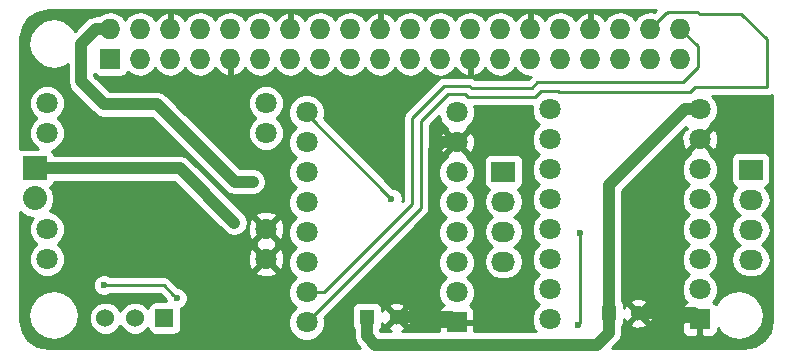
<source format=gbr>
G04 #@! TF.FileFunction,Copper,L2,Bot,Signal*
%FSLAX46Y46*%
G04 Gerber Fmt 4.6, Leading zero omitted, Abs format (unit mm)*
G04 Created by KiCad (PCBNEW 4.0.2+dfsg1-stable) date ថ្ងៃ​ព្រហស្បតិ៍ ថ្ងៃ 15 ខែ មិនា ឆ្នាំ  2018, 15 ម៉ោង m នាទី 28 វិនាទី​*
%MOMM*%
G01*
G04 APERTURE LIST*
%ADD10C,0.100000*%
%ADD11C,0.300000*%
%ADD12R,1.727200X1.727200*%
%ADD13O,1.727200X1.727200*%
%ADD14R,2.032000X1.727200*%
%ADD15O,2.032000X1.727200*%
%ADD16C,1.300000*%
%ADD17R,1.300000X1.300000*%
%ADD18R,1.750000X1.750000*%
%ADD19C,1.800000*%
%ADD20R,2.032000X2.032000*%
%ADD21O,2.032000X2.032000*%
%ADD22C,1.524000*%
%ADD23R,1.524000X1.524000*%
%ADD24C,0.600000*%
%ADD25C,1.000000*%
%ADD26C,0.250000*%
%ADD27C,0.254000*%
G04 APERTURE END LIST*
D10*
D11*
X130971429Y-103678571D02*
X130471429Y-105178571D01*
X129971429Y-103678571D01*
X129471429Y-105178571D02*
X129471429Y-103678571D01*
X128757143Y-105178571D02*
X128757143Y-103678571D01*
X127900000Y-105178571D01*
X127900000Y-103678571D01*
X127185714Y-104607143D02*
X126042857Y-104607143D01*
X126614286Y-105178571D02*
X126614286Y-104035714D01*
X126721428Y-110607143D02*
X125578571Y-110607143D01*
D12*
X129430000Y-98340000D03*
D13*
X129430000Y-95800000D03*
X131970000Y-98340000D03*
X131970000Y-95800000D03*
X134510000Y-98340000D03*
X134510000Y-95800000D03*
X137050000Y-98340000D03*
X137050000Y-95800000D03*
X139590000Y-98340000D03*
X139590000Y-95800000D03*
X142130000Y-98340000D03*
X142130000Y-95800000D03*
X144670000Y-98340000D03*
X144670000Y-95800000D03*
X147210000Y-98340000D03*
X147210000Y-95800000D03*
X149750000Y-98340000D03*
X149750000Y-95800000D03*
X152290000Y-98340000D03*
X152290000Y-95800000D03*
X154830000Y-98340000D03*
X154830000Y-95800000D03*
X157370000Y-98340000D03*
X157370000Y-95800000D03*
X159910000Y-98340000D03*
X159910000Y-95800000D03*
X162450000Y-98340000D03*
X162450000Y-95800000D03*
X164990000Y-98340000D03*
X164990000Y-95800000D03*
X167530000Y-98340000D03*
X167530000Y-95800000D03*
X170070000Y-98340000D03*
X170070000Y-95800000D03*
X172610000Y-98340000D03*
X172610000Y-95800000D03*
X175150000Y-98340000D03*
X175150000Y-95800000D03*
X177690000Y-98340000D03*
X177690000Y-95800000D03*
D14*
X183660000Y-107710000D03*
D15*
X183660000Y-110250000D03*
X183660000Y-112790000D03*
X183660000Y-115330000D03*
D16*
X153670000Y-120180000D03*
D17*
X151170000Y-120180000D03*
D16*
X174150000Y-119870000D03*
D17*
X171650000Y-119870000D03*
D18*
X179340000Y-120390000D03*
D19*
X179340000Y-117850000D03*
X179340000Y-115310000D03*
X179340000Y-112770000D03*
X179340000Y-110230000D03*
X179340000Y-107690000D03*
X179340000Y-105150000D03*
X179340000Y-102610000D03*
X166640000Y-120390000D03*
X166640000Y-117850000D03*
X166640000Y-115310000D03*
X166640000Y-112770000D03*
X166640000Y-110230000D03*
X166640000Y-105150000D03*
X166640000Y-107690000D03*
X166640000Y-102610000D03*
D18*
X158750000Y-120650000D03*
D19*
X158750000Y-118110000D03*
X158750000Y-115570000D03*
X158750000Y-113030000D03*
X158750000Y-110490000D03*
X158750000Y-107950000D03*
X158750000Y-105410000D03*
X158750000Y-102870000D03*
X146050000Y-120650000D03*
X146050000Y-118110000D03*
X146050000Y-115570000D03*
X146050000Y-113030000D03*
X146050000Y-110490000D03*
X146050000Y-105410000D03*
X146050000Y-107950000D03*
X146050000Y-102870000D03*
D20*
X123030000Y-107610000D03*
D21*
X123030000Y-110150000D03*
D19*
X124079000Y-102072000D03*
X124079000Y-104612000D03*
X124079000Y-115280000D03*
X124079000Y-112740000D03*
X142621000Y-102072000D03*
X142621000Y-104612000D03*
X142621000Y-112740000D03*
X142621000Y-115280000D03*
D14*
X162720000Y-107880000D03*
D15*
X162720000Y-110420000D03*
X162720000Y-112960000D03*
X162720000Y-115500000D03*
D22*
X131520000Y-120280000D03*
D23*
X134020000Y-120280000D03*
D22*
X129020000Y-120280000D03*
D24*
X139930000Y-112230000D03*
X141500000Y-108750000D03*
X135050000Y-118600000D03*
X128880000Y-117490000D03*
X153240000Y-110180000D03*
X169050000Y-120870000D03*
X169190000Y-113080000D03*
D25*
X158750000Y-120650000D02*
X156875000Y-120650000D01*
X156875000Y-120650000D02*
X156849999Y-120624999D01*
X156849999Y-120624999D02*
X156849999Y-106037209D01*
X156849999Y-106037209D02*
X157477208Y-105410000D01*
X157477208Y-105410000D02*
X158750000Y-105410000D01*
X174150000Y-119870000D02*
X178820000Y-119870000D01*
X178820000Y-119870000D02*
X179340000Y-120390000D01*
X153670000Y-120180000D02*
X158280000Y-120180000D01*
X158280000Y-120180000D02*
X158750000Y-120650000D01*
X171650000Y-119870000D02*
X171650000Y-109027208D01*
X171650000Y-109027208D02*
X178067208Y-102610000D01*
X178067208Y-102610000D02*
X179340000Y-102610000D01*
X151170000Y-120180000D02*
X151170000Y-121830000D01*
X151170000Y-121830000D02*
X151865001Y-122525001D01*
X151865001Y-122525001D02*
X170644999Y-122525001D01*
X170644999Y-122525001D02*
X171650000Y-121520000D01*
X171650000Y-121520000D02*
X171650000Y-119870000D01*
X139930000Y-112230000D02*
X135310000Y-107610000D01*
X135310000Y-107610000D02*
X123030000Y-107610000D01*
X141500000Y-108750000D02*
X139950000Y-108750000D01*
X139950000Y-108750000D02*
X133400000Y-102200000D01*
X133400000Y-102200000D02*
X128900000Y-102200000D01*
X128900000Y-102200000D02*
X126950000Y-100250000D01*
X128208686Y-95800000D02*
X129430000Y-95800000D01*
X126950000Y-100250000D02*
X126950000Y-97058686D01*
X126950000Y-97058686D02*
X128208686Y-95800000D01*
D26*
X134750001Y-118300001D02*
X135050000Y-118600000D01*
X133940000Y-117490000D02*
X134750001Y-118300001D01*
X128880000Y-117490000D02*
X133940000Y-117490000D01*
X153240000Y-110180000D02*
X146050000Y-102990000D01*
X146050000Y-102990000D02*
X146050000Y-102870000D01*
X169190000Y-113080000D02*
X169190000Y-120730000D01*
X169190000Y-120730000D02*
X169050000Y-120870000D01*
X185020000Y-96690000D02*
X182840000Y-94510000D01*
X146050000Y-120650000D02*
X155724990Y-110975011D01*
X182840000Y-94510000D02*
X179270000Y-94510000D01*
X155724990Y-110975011D02*
X155724990Y-103638008D01*
X165422987Y-101570011D02*
X165907999Y-101084999D01*
X158017999Y-101344999D02*
X159482001Y-101344999D01*
X165907999Y-101084999D02*
X167372001Y-101084999D01*
X155724990Y-103638008D02*
X158017999Y-101344999D01*
X159482001Y-101344999D02*
X159707013Y-101570011D01*
X159707013Y-101570011D02*
X165422987Y-101570011D01*
X179270000Y-94510000D02*
X179171399Y-94411399D01*
X167372001Y-101084999D02*
X167457002Y-101170000D01*
X178522998Y-101170000D02*
X178942998Y-100750000D01*
X167457002Y-101170000D02*
X178522998Y-101170000D01*
X178942998Y-100750000D02*
X185020000Y-100750000D01*
X185020000Y-100750000D02*
X185020000Y-96690000D01*
X179171399Y-94411399D02*
X176638601Y-94411399D01*
X176638601Y-94411399D02*
X176580000Y-94470000D01*
X176580000Y-94470000D02*
X176480000Y-94470000D01*
X176480000Y-94470000D02*
X175150000Y-95800000D01*
X147322792Y-118110000D02*
X146050000Y-118110000D01*
X160017677Y-100820000D02*
X159792665Y-100594988D01*
X159792665Y-100594988D02*
X157707335Y-100594988D01*
X177690000Y-95800000D02*
X179178601Y-97288601D01*
X147529326Y-118110000D02*
X147322792Y-118110000D01*
X154974979Y-103327344D02*
X154974979Y-110664347D01*
X157707335Y-100594988D02*
X154974979Y-103327344D01*
X165112324Y-100820000D02*
X160017677Y-100820000D01*
X165597335Y-100334988D02*
X165112324Y-100820000D01*
X177898142Y-100334988D02*
X165597335Y-100334988D01*
X179178601Y-99054529D02*
X177898142Y-100334988D01*
X154974979Y-110664347D02*
X147529326Y-118110000D01*
X179178601Y-97288601D02*
X179178601Y-99054529D01*
D27*
G36*
X185450000Y-120472533D02*
X185261383Y-121420775D01*
X184762463Y-122167463D01*
X184015777Y-122666383D01*
X183067533Y-122855000D01*
X171920132Y-122855000D01*
X172452566Y-122322566D01*
X172495971Y-122257606D01*
X172698603Y-121954346D01*
X172785000Y-121520000D01*
X172785000Y-120934975D01*
X172896431Y-120771890D01*
X172897012Y-120769016D01*
X173430590Y-120769016D01*
X173486271Y-120999611D01*
X173969078Y-121167622D01*
X174479428Y-121138083D01*
X174813729Y-120999611D01*
X174869410Y-120769016D01*
X174776145Y-120675750D01*
X177830000Y-120675750D01*
X177830000Y-121391310D01*
X177926673Y-121624699D01*
X178105302Y-121803327D01*
X178338691Y-121900000D01*
X179054250Y-121900000D01*
X179213000Y-121741250D01*
X179213000Y-120517000D01*
X177988750Y-120517000D01*
X177830000Y-120675750D01*
X174776145Y-120675750D01*
X174150000Y-120049605D01*
X173430590Y-120769016D01*
X172897012Y-120769016D01*
X172947440Y-120520000D01*
X172947440Y-120357615D01*
X173020389Y-120533729D01*
X173250984Y-120589410D01*
X173970395Y-119870000D01*
X174329605Y-119870000D01*
X175049016Y-120589410D01*
X175279611Y-120533729D01*
X175447622Y-120050922D01*
X175418083Y-119540572D01*
X175279611Y-119206271D01*
X175049016Y-119150590D01*
X174329605Y-119870000D01*
X173970395Y-119870000D01*
X173250984Y-119150590D01*
X173020389Y-119206271D01*
X172947440Y-119415902D01*
X172947440Y-119220000D01*
X172903162Y-118984683D01*
X172894347Y-118970984D01*
X173430590Y-118970984D01*
X174150000Y-119690395D01*
X174869410Y-118970984D01*
X174813729Y-118740389D01*
X174330922Y-118572378D01*
X173820572Y-118601917D01*
X173486271Y-118740389D01*
X173430590Y-118970984D01*
X172894347Y-118970984D01*
X172785000Y-118801054D01*
X172785000Y-109497340D01*
X174288349Y-107993991D01*
X177804735Y-107993991D01*
X178037932Y-108558371D01*
X178439182Y-108960323D01*
X178039449Y-109359357D01*
X177805267Y-109923330D01*
X177804735Y-110533991D01*
X178037932Y-111098371D01*
X178439182Y-111500323D01*
X178039449Y-111899357D01*
X177805267Y-112463330D01*
X177804735Y-113073991D01*
X178037932Y-113638371D01*
X178439182Y-114040323D01*
X178039449Y-114439357D01*
X177805267Y-115003330D01*
X177804735Y-115613991D01*
X178037932Y-116178371D01*
X178439182Y-116580323D01*
X178039449Y-116979357D01*
X177805267Y-117543330D01*
X177804735Y-118153991D01*
X178037932Y-118718371D01*
X178240061Y-118920854D01*
X178105302Y-118976673D01*
X177926673Y-119155301D01*
X177830000Y-119388690D01*
X177830000Y-120104250D01*
X177988750Y-120263000D01*
X179213000Y-120263000D01*
X179213000Y-120243000D01*
X179467000Y-120243000D01*
X179467000Y-120263000D01*
X179487000Y-120263000D01*
X179487000Y-120517000D01*
X179467000Y-120517000D01*
X179467000Y-121741250D01*
X179625750Y-121900000D01*
X180341309Y-121900000D01*
X180574698Y-121803327D01*
X180753327Y-121624699D01*
X180850000Y-121391310D01*
X180850000Y-121137617D01*
X181125327Y-121549673D01*
X181817971Y-122012483D01*
X182635000Y-122175000D01*
X183452029Y-122012483D01*
X184144673Y-121549673D01*
X184607483Y-120857029D01*
X184770000Y-120040000D01*
X184607483Y-119222971D01*
X184144673Y-118530327D01*
X183452029Y-118067517D01*
X182635000Y-117905000D01*
X181817971Y-118067517D01*
X181125327Y-118530327D01*
X180725995Y-119127969D01*
X180574698Y-118976673D01*
X180439975Y-118920869D01*
X180640551Y-118720643D01*
X180874733Y-118156670D01*
X180875265Y-117546009D01*
X180642068Y-116981629D01*
X180240818Y-116579677D01*
X180640551Y-116180643D01*
X180874733Y-115616670D01*
X180875265Y-115006009D01*
X180642068Y-114441629D01*
X180240818Y-114039677D01*
X180640551Y-113640643D01*
X180874733Y-113076670D01*
X180875265Y-112466009D01*
X180642068Y-111901629D01*
X180240818Y-111499677D01*
X180640551Y-111100643D01*
X180874733Y-110536670D01*
X180874982Y-110250000D01*
X181976655Y-110250000D01*
X182090729Y-110823489D01*
X182415585Y-111309670D01*
X182730366Y-111520000D01*
X182415585Y-111730330D01*
X182090729Y-112216511D01*
X181976655Y-112790000D01*
X182090729Y-113363489D01*
X182415585Y-113849670D01*
X182730366Y-114060000D01*
X182415585Y-114270330D01*
X182090729Y-114756511D01*
X181976655Y-115330000D01*
X182090729Y-115903489D01*
X182415585Y-116389670D01*
X182901766Y-116714526D01*
X183475255Y-116828600D01*
X183844745Y-116828600D01*
X184418234Y-116714526D01*
X184904415Y-116389670D01*
X185229271Y-115903489D01*
X185343345Y-115330000D01*
X185229271Y-114756511D01*
X184904415Y-114270330D01*
X184589634Y-114060000D01*
X184904415Y-113849670D01*
X185229271Y-113363489D01*
X185343345Y-112790000D01*
X185229271Y-112216511D01*
X184904415Y-111730330D01*
X184589634Y-111520000D01*
X184904415Y-111309670D01*
X185229271Y-110823489D01*
X185343345Y-110250000D01*
X185229271Y-109676511D01*
X184904415Y-109190330D01*
X184890087Y-109180757D01*
X184911317Y-109176762D01*
X185127441Y-109037690D01*
X185272431Y-108825490D01*
X185323440Y-108573600D01*
X185323440Y-106846400D01*
X185279162Y-106611083D01*
X185140090Y-106394959D01*
X184927890Y-106249969D01*
X184676000Y-106198960D01*
X182644000Y-106198960D01*
X182408683Y-106243238D01*
X182192559Y-106382310D01*
X182047569Y-106594510D01*
X181996560Y-106846400D01*
X181996560Y-108573600D01*
X182040838Y-108808917D01*
X182179910Y-109025041D01*
X182392110Y-109170031D01*
X182433439Y-109178400D01*
X182415585Y-109190330D01*
X182090729Y-109676511D01*
X181976655Y-110250000D01*
X180874982Y-110250000D01*
X180875265Y-109926009D01*
X180642068Y-109361629D01*
X180240818Y-108959677D01*
X180640551Y-108560643D01*
X180874733Y-107996670D01*
X180875265Y-107386009D01*
X180642068Y-106821629D01*
X180210643Y-106389449D01*
X180189806Y-106380797D01*
X180240554Y-106230159D01*
X179340000Y-105329605D01*
X178439446Y-106230159D01*
X178490035Y-106380327D01*
X178471629Y-106387932D01*
X178039449Y-106819357D01*
X177805267Y-107383330D01*
X177804735Y-107993991D01*
X174288349Y-107993991D01*
X178146366Y-104135974D01*
X178259839Y-104249447D01*
X178003357Y-104335852D01*
X177793542Y-104909336D01*
X177819161Y-105519460D01*
X178003357Y-105964148D01*
X178259841Y-106050554D01*
X179160395Y-105150000D01*
X179519605Y-105150000D01*
X180420159Y-106050554D01*
X180676643Y-105964148D01*
X180886458Y-105390664D01*
X180860839Y-104780540D01*
X180676643Y-104335852D01*
X180420159Y-104249446D01*
X179519605Y-105150000D01*
X179160395Y-105150000D01*
X179146253Y-105135858D01*
X179325858Y-104956253D01*
X179340000Y-104970395D01*
X180240554Y-104069841D01*
X180189965Y-103919673D01*
X180208371Y-103912068D01*
X180640551Y-103480643D01*
X180874733Y-102916670D01*
X180875265Y-102306009D01*
X180642068Y-101741629D01*
X180410844Y-101510000D01*
X185020000Y-101510000D01*
X185310839Y-101452148D01*
X185450000Y-101359164D01*
X185450000Y-120472533D01*
X185450000Y-120472533D01*
G37*
X185450000Y-120472533D02*
X185261383Y-121420775D01*
X184762463Y-122167463D01*
X184015777Y-122666383D01*
X183067533Y-122855000D01*
X171920132Y-122855000D01*
X172452566Y-122322566D01*
X172495971Y-122257606D01*
X172698603Y-121954346D01*
X172785000Y-121520000D01*
X172785000Y-120934975D01*
X172896431Y-120771890D01*
X172897012Y-120769016D01*
X173430590Y-120769016D01*
X173486271Y-120999611D01*
X173969078Y-121167622D01*
X174479428Y-121138083D01*
X174813729Y-120999611D01*
X174869410Y-120769016D01*
X174776145Y-120675750D01*
X177830000Y-120675750D01*
X177830000Y-121391310D01*
X177926673Y-121624699D01*
X178105302Y-121803327D01*
X178338691Y-121900000D01*
X179054250Y-121900000D01*
X179213000Y-121741250D01*
X179213000Y-120517000D01*
X177988750Y-120517000D01*
X177830000Y-120675750D01*
X174776145Y-120675750D01*
X174150000Y-120049605D01*
X173430590Y-120769016D01*
X172897012Y-120769016D01*
X172947440Y-120520000D01*
X172947440Y-120357615D01*
X173020389Y-120533729D01*
X173250984Y-120589410D01*
X173970395Y-119870000D01*
X174329605Y-119870000D01*
X175049016Y-120589410D01*
X175279611Y-120533729D01*
X175447622Y-120050922D01*
X175418083Y-119540572D01*
X175279611Y-119206271D01*
X175049016Y-119150590D01*
X174329605Y-119870000D01*
X173970395Y-119870000D01*
X173250984Y-119150590D01*
X173020389Y-119206271D01*
X172947440Y-119415902D01*
X172947440Y-119220000D01*
X172903162Y-118984683D01*
X172894347Y-118970984D01*
X173430590Y-118970984D01*
X174150000Y-119690395D01*
X174869410Y-118970984D01*
X174813729Y-118740389D01*
X174330922Y-118572378D01*
X173820572Y-118601917D01*
X173486271Y-118740389D01*
X173430590Y-118970984D01*
X172894347Y-118970984D01*
X172785000Y-118801054D01*
X172785000Y-109497340D01*
X174288349Y-107993991D01*
X177804735Y-107993991D01*
X178037932Y-108558371D01*
X178439182Y-108960323D01*
X178039449Y-109359357D01*
X177805267Y-109923330D01*
X177804735Y-110533991D01*
X178037932Y-111098371D01*
X178439182Y-111500323D01*
X178039449Y-111899357D01*
X177805267Y-112463330D01*
X177804735Y-113073991D01*
X178037932Y-113638371D01*
X178439182Y-114040323D01*
X178039449Y-114439357D01*
X177805267Y-115003330D01*
X177804735Y-115613991D01*
X178037932Y-116178371D01*
X178439182Y-116580323D01*
X178039449Y-116979357D01*
X177805267Y-117543330D01*
X177804735Y-118153991D01*
X178037932Y-118718371D01*
X178240061Y-118920854D01*
X178105302Y-118976673D01*
X177926673Y-119155301D01*
X177830000Y-119388690D01*
X177830000Y-120104250D01*
X177988750Y-120263000D01*
X179213000Y-120263000D01*
X179213000Y-120243000D01*
X179467000Y-120243000D01*
X179467000Y-120263000D01*
X179487000Y-120263000D01*
X179487000Y-120517000D01*
X179467000Y-120517000D01*
X179467000Y-121741250D01*
X179625750Y-121900000D01*
X180341309Y-121900000D01*
X180574698Y-121803327D01*
X180753327Y-121624699D01*
X180850000Y-121391310D01*
X180850000Y-121137617D01*
X181125327Y-121549673D01*
X181817971Y-122012483D01*
X182635000Y-122175000D01*
X183452029Y-122012483D01*
X184144673Y-121549673D01*
X184607483Y-120857029D01*
X184770000Y-120040000D01*
X184607483Y-119222971D01*
X184144673Y-118530327D01*
X183452029Y-118067517D01*
X182635000Y-117905000D01*
X181817971Y-118067517D01*
X181125327Y-118530327D01*
X180725995Y-119127969D01*
X180574698Y-118976673D01*
X180439975Y-118920869D01*
X180640551Y-118720643D01*
X180874733Y-118156670D01*
X180875265Y-117546009D01*
X180642068Y-116981629D01*
X180240818Y-116579677D01*
X180640551Y-116180643D01*
X180874733Y-115616670D01*
X180875265Y-115006009D01*
X180642068Y-114441629D01*
X180240818Y-114039677D01*
X180640551Y-113640643D01*
X180874733Y-113076670D01*
X180875265Y-112466009D01*
X180642068Y-111901629D01*
X180240818Y-111499677D01*
X180640551Y-111100643D01*
X180874733Y-110536670D01*
X180874982Y-110250000D01*
X181976655Y-110250000D01*
X182090729Y-110823489D01*
X182415585Y-111309670D01*
X182730366Y-111520000D01*
X182415585Y-111730330D01*
X182090729Y-112216511D01*
X181976655Y-112790000D01*
X182090729Y-113363489D01*
X182415585Y-113849670D01*
X182730366Y-114060000D01*
X182415585Y-114270330D01*
X182090729Y-114756511D01*
X181976655Y-115330000D01*
X182090729Y-115903489D01*
X182415585Y-116389670D01*
X182901766Y-116714526D01*
X183475255Y-116828600D01*
X183844745Y-116828600D01*
X184418234Y-116714526D01*
X184904415Y-116389670D01*
X185229271Y-115903489D01*
X185343345Y-115330000D01*
X185229271Y-114756511D01*
X184904415Y-114270330D01*
X184589634Y-114060000D01*
X184904415Y-113849670D01*
X185229271Y-113363489D01*
X185343345Y-112790000D01*
X185229271Y-112216511D01*
X184904415Y-111730330D01*
X184589634Y-111520000D01*
X184904415Y-111309670D01*
X185229271Y-110823489D01*
X185343345Y-110250000D01*
X185229271Y-109676511D01*
X184904415Y-109190330D01*
X184890087Y-109180757D01*
X184911317Y-109176762D01*
X185127441Y-109037690D01*
X185272431Y-108825490D01*
X185323440Y-108573600D01*
X185323440Y-106846400D01*
X185279162Y-106611083D01*
X185140090Y-106394959D01*
X184927890Y-106249969D01*
X184676000Y-106198960D01*
X182644000Y-106198960D01*
X182408683Y-106243238D01*
X182192559Y-106382310D01*
X182047569Y-106594510D01*
X181996560Y-106846400D01*
X181996560Y-108573600D01*
X182040838Y-108808917D01*
X182179910Y-109025041D01*
X182392110Y-109170031D01*
X182433439Y-109178400D01*
X182415585Y-109190330D01*
X182090729Y-109676511D01*
X181976655Y-110250000D01*
X180874982Y-110250000D01*
X180875265Y-109926009D01*
X180642068Y-109361629D01*
X180240818Y-108959677D01*
X180640551Y-108560643D01*
X180874733Y-107996670D01*
X180875265Y-107386009D01*
X180642068Y-106821629D01*
X180210643Y-106389449D01*
X180189806Y-106380797D01*
X180240554Y-106230159D01*
X179340000Y-105329605D01*
X178439446Y-106230159D01*
X178490035Y-106380327D01*
X178471629Y-106387932D01*
X178039449Y-106819357D01*
X177805267Y-107383330D01*
X177804735Y-107993991D01*
X174288349Y-107993991D01*
X178146366Y-104135974D01*
X178259839Y-104249447D01*
X178003357Y-104335852D01*
X177793542Y-104909336D01*
X177819161Y-105519460D01*
X178003357Y-105964148D01*
X178259841Y-106050554D01*
X179160395Y-105150000D01*
X179519605Y-105150000D01*
X180420159Y-106050554D01*
X180676643Y-105964148D01*
X180886458Y-105390664D01*
X180860839Y-104780540D01*
X180676643Y-104335852D01*
X180420159Y-104249446D01*
X179519605Y-105150000D01*
X179160395Y-105150000D01*
X179146253Y-105135858D01*
X179325858Y-104956253D01*
X179340000Y-104970395D01*
X180240554Y-104069841D01*
X180189965Y-103919673D01*
X180208371Y-103912068D01*
X180640551Y-103480643D01*
X180874733Y-102916670D01*
X180875265Y-102306009D01*
X180642068Y-101741629D01*
X180410844Y-101510000D01*
X185020000Y-101510000D01*
X185310839Y-101452148D01*
X185450000Y-101359164D01*
X185450000Y-120472533D01*
G36*
X175508356Y-94366842D02*
X175179359Y-94301400D01*
X175120641Y-94301400D01*
X174547152Y-94415474D01*
X174060971Y-94740330D01*
X173880000Y-95011172D01*
X173699029Y-94740330D01*
X173212848Y-94415474D01*
X172639359Y-94301400D01*
X172580641Y-94301400D01*
X172007152Y-94415474D01*
X171520971Y-94740330D01*
X171340008Y-95011161D01*
X170958490Y-94593179D01*
X170429027Y-94345032D01*
X170197000Y-94465531D01*
X170197000Y-95673000D01*
X170217000Y-95673000D01*
X170217000Y-95927000D01*
X170197000Y-95927000D01*
X170197000Y-95947000D01*
X169943000Y-95947000D01*
X169943000Y-95927000D01*
X169923000Y-95927000D01*
X169923000Y-95673000D01*
X169943000Y-95673000D01*
X169943000Y-94465531D01*
X169710973Y-94345032D01*
X169181510Y-94593179D01*
X168799992Y-95011161D01*
X168619029Y-94740330D01*
X168132848Y-94415474D01*
X167559359Y-94301400D01*
X167500641Y-94301400D01*
X166927152Y-94415474D01*
X166440971Y-94740330D01*
X166260008Y-95011161D01*
X165878490Y-94593179D01*
X165349027Y-94345032D01*
X165117000Y-94465531D01*
X165117000Y-95673000D01*
X165137000Y-95673000D01*
X165137000Y-95927000D01*
X165117000Y-95927000D01*
X165117000Y-95947000D01*
X164863000Y-95947000D01*
X164863000Y-95927000D01*
X164843000Y-95927000D01*
X164843000Y-95673000D01*
X164863000Y-95673000D01*
X164863000Y-94465531D01*
X164630973Y-94345032D01*
X164101510Y-94593179D01*
X163719992Y-95011161D01*
X163539029Y-94740330D01*
X163052848Y-94415474D01*
X162479359Y-94301400D01*
X162420641Y-94301400D01*
X161847152Y-94415474D01*
X161360971Y-94740330D01*
X161180000Y-95011172D01*
X160999029Y-94740330D01*
X160512848Y-94415474D01*
X159939359Y-94301400D01*
X159880641Y-94301400D01*
X159307152Y-94415474D01*
X158820971Y-94740330D01*
X158640000Y-95011172D01*
X158459029Y-94740330D01*
X157972848Y-94415474D01*
X157399359Y-94301400D01*
X157340641Y-94301400D01*
X156767152Y-94415474D01*
X156280971Y-94740330D01*
X156100000Y-95011172D01*
X155919029Y-94740330D01*
X155432848Y-94415474D01*
X154859359Y-94301400D01*
X154800641Y-94301400D01*
X154227152Y-94415474D01*
X153740971Y-94740330D01*
X153560008Y-95011161D01*
X153178490Y-94593179D01*
X152649027Y-94345032D01*
X152417000Y-94465531D01*
X152417000Y-95673000D01*
X152437000Y-95673000D01*
X152437000Y-95927000D01*
X152417000Y-95927000D01*
X152417000Y-95947000D01*
X152163000Y-95947000D01*
X152163000Y-95927000D01*
X152143000Y-95927000D01*
X152143000Y-95673000D01*
X152163000Y-95673000D01*
X152163000Y-94465531D01*
X151930973Y-94345032D01*
X151401510Y-94593179D01*
X151019992Y-95011161D01*
X150839029Y-94740330D01*
X150352848Y-94415474D01*
X149779359Y-94301400D01*
X149720641Y-94301400D01*
X149147152Y-94415474D01*
X148660971Y-94740330D01*
X148480000Y-95011172D01*
X148299029Y-94740330D01*
X147812848Y-94415474D01*
X147239359Y-94301400D01*
X147180641Y-94301400D01*
X146607152Y-94415474D01*
X146120971Y-94740330D01*
X145940008Y-95011161D01*
X145558490Y-94593179D01*
X145029027Y-94345032D01*
X144797000Y-94465531D01*
X144797000Y-95673000D01*
X144817000Y-95673000D01*
X144817000Y-95927000D01*
X144797000Y-95927000D01*
X144797000Y-95947000D01*
X144543000Y-95947000D01*
X144543000Y-95927000D01*
X144523000Y-95927000D01*
X144523000Y-95673000D01*
X144543000Y-95673000D01*
X144543000Y-94465531D01*
X144310973Y-94345032D01*
X143781510Y-94593179D01*
X143399992Y-95011161D01*
X143219029Y-94740330D01*
X142732848Y-94415474D01*
X142159359Y-94301400D01*
X142100641Y-94301400D01*
X141527152Y-94415474D01*
X141040971Y-94740330D01*
X140860000Y-95011172D01*
X140679029Y-94740330D01*
X140192848Y-94415474D01*
X139619359Y-94301400D01*
X139560641Y-94301400D01*
X138987152Y-94415474D01*
X138500971Y-94740330D01*
X138320000Y-95011172D01*
X138139029Y-94740330D01*
X137652848Y-94415474D01*
X137079359Y-94301400D01*
X137020641Y-94301400D01*
X136447152Y-94415474D01*
X135960971Y-94740330D01*
X135780008Y-95011161D01*
X135398490Y-94593179D01*
X134869027Y-94345032D01*
X134637000Y-94465531D01*
X134637000Y-95673000D01*
X134657000Y-95673000D01*
X134657000Y-95927000D01*
X134637000Y-95927000D01*
X134637000Y-95947000D01*
X134383000Y-95947000D01*
X134383000Y-95927000D01*
X134363000Y-95927000D01*
X134363000Y-95673000D01*
X134383000Y-95673000D01*
X134383000Y-94465531D01*
X134150973Y-94345032D01*
X133621510Y-94593179D01*
X133239992Y-95011161D01*
X133059029Y-94740330D01*
X132572848Y-94415474D01*
X131999359Y-94301400D01*
X131940641Y-94301400D01*
X131367152Y-94415474D01*
X130880971Y-94740330D01*
X130700000Y-95011172D01*
X130519029Y-94740330D01*
X130032848Y-94415474D01*
X129459359Y-94301400D01*
X129400641Y-94301400D01*
X128827152Y-94415474D01*
X128453710Y-94665000D01*
X128208686Y-94665000D01*
X127774340Y-94751397D01*
X127668086Y-94822394D01*
X127406120Y-94997434D01*
X126436491Y-95967063D01*
X126144673Y-95530327D01*
X125452029Y-95067517D01*
X124635000Y-94905000D01*
X123817971Y-95067517D01*
X123125327Y-95530327D01*
X122662517Y-96222971D01*
X122500000Y-97040000D01*
X122662517Y-97857029D01*
X123125327Y-98549673D01*
X123817971Y-99012483D01*
X124635000Y-99175000D01*
X125452029Y-99012483D01*
X125815000Y-98769953D01*
X125815000Y-100250000D01*
X125901397Y-100684346D01*
X126134100Y-101032610D01*
X126147434Y-101052566D01*
X128097433Y-103002566D01*
X128465654Y-103248603D01*
X128900000Y-103335000D01*
X132929868Y-103335000D01*
X139147434Y-109552566D01*
X139515654Y-109798603D01*
X139950000Y-109885000D01*
X141500000Y-109885000D01*
X141934346Y-109798603D01*
X142302566Y-109552566D01*
X142548603Y-109184346D01*
X142635000Y-108750000D01*
X142548603Y-108315654D01*
X142302566Y-107947434D01*
X141934346Y-107701397D01*
X141500000Y-107615000D01*
X140420132Y-107615000D01*
X135181123Y-102375991D01*
X141085735Y-102375991D01*
X141318932Y-102940371D01*
X141720182Y-103342323D01*
X141320449Y-103741357D01*
X141086267Y-104305330D01*
X141085735Y-104915991D01*
X141318932Y-105480371D01*
X141750357Y-105912551D01*
X142314330Y-106146733D01*
X142924991Y-106147265D01*
X143489371Y-105914068D01*
X143921551Y-105482643D01*
X144155733Y-104918670D01*
X144156265Y-104308009D01*
X143923068Y-103743629D01*
X143521818Y-103341677D01*
X143921551Y-102942643D01*
X144155733Y-102378670D01*
X144156265Y-101768009D01*
X143923068Y-101203629D01*
X143491643Y-100771449D01*
X142927670Y-100537267D01*
X142317009Y-100536735D01*
X141752629Y-100769932D01*
X141320449Y-101201357D01*
X141086267Y-101765330D01*
X141085735Y-102375991D01*
X135181123Y-102375991D01*
X134202566Y-101397434D01*
X134139041Y-101354988D01*
X133834346Y-101151397D01*
X133400000Y-101065000D01*
X129370133Y-101065000D01*
X128085000Y-99779868D01*
X128085000Y-99628140D01*
X128102310Y-99655041D01*
X128314510Y-99800031D01*
X128566400Y-99851040D01*
X130293600Y-99851040D01*
X130528917Y-99806762D01*
X130745041Y-99667690D01*
X130890031Y-99455490D01*
X130898908Y-99411655D01*
X131367152Y-99724526D01*
X131940641Y-99838600D01*
X131999359Y-99838600D01*
X132572848Y-99724526D01*
X133059029Y-99399670D01*
X133240000Y-99128828D01*
X133420971Y-99399670D01*
X133907152Y-99724526D01*
X134480641Y-99838600D01*
X134539359Y-99838600D01*
X135112848Y-99724526D01*
X135599029Y-99399670D01*
X135780000Y-99128828D01*
X135960971Y-99399670D01*
X136447152Y-99724526D01*
X137020641Y-99838600D01*
X137079359Y-99838600D01*
X137652848Y-99724526D01*
X138139029Y-99399670D01*
X138319992Y-99128839D01*
X138701510Y-99546821D01*
X139230973Y-99794968D01*
X139463000Y-99674469D01*
X139463000Y-98467000D01*
X139443000Y-98467000D01*
X139443000Y-98213000D01*
X139463000Y-98213000D01*
X139463000Y-98193000D01*
X139717000Y-98193000D01*
X139717000Y-98213000D01*
X139737000Y-98213000D01*
X139737000Y-98467000D01*
X139717000Y-98467000D01*
X139717000Y-99674469D01*
X139949027Y-99794968D01*
X140478490Y-99546821D01*
X140860008Y-99128839D01*
X141040971Y-99399670D01*
X141527152Y-99724526D01*
X142100641Y-99838600D01*
X142159359Y-99838600D01*
X142732848Y-99724526D01*
X143219029Y-99399670D01*
X143400000Y-99128828D01*
X143580971Y-99399670D01*
X144067152Y-99724526D01*
X144640641Y-99838600D01*
X144699359Y-99838600D01*
X145272848Y-99724526D01*
X145759029Y-99399670D01*
X145940000Y-99128828D01*
X146120971Y-99399670D01*
X146607152Y-99724526D01*
X147180641Y-99838600D01*
X147239359Y-99838600D01*
X147812848Y-99724526D01*
X148299029Y-99399670D01*
X148480000Y-99128828D01*
X148660971Y-99399670D01*
X149147152Y-99724526D01*
X149720641Y-99838600D01*
X149779359Y-99838600D01*
X150352848Y-99724526D01*
X150839029Y-99399670D01*
X151020000Y-99128828D01*
X151200971Y-99399670D01*
X151687152Y-99724526D01*
X152260641Y-99838600D01*
X152319359Y-99838600D01*
X152892848Y-99724526D01*
X153379029Y-99399670D01*
X153560000Y-99128828D01*
X153740971Y-99399670D01*
X154227152Y-99724526D01*
X154800641Y-99838600D01*
X154859359Y-99838600D01*
X155432848Y-99724526D01*
X155919029Y-99399670D01*
X156100000Y-99128828D01*
X156280971Y-99399670D01*
X156767152Y-99724526D01*
X157340641Y-99838600D01*
X157399359Y-99838600D01*
X157972848Y-99724526D01*
X158459029Y-99399670D01*
X158639992Y-99128839D01*
X159021510Y-99546821D01*
X159550973Y-99794968D01*
X159783000Y-99674469D01*
X159783000Y-98467000D01*
X159763000Y-98467000D01*
X159763000Y-98213000D01*
X159783000Y-98213000D01*
X159783000Y-98193000D01*
X160037000Y-98193000D01*
X160037000Y-98213000D01*
X160057000Y-98213000D01*
X160057000Y-98467000D01*
X160037000Y-98467000D01*
X160037000Y-99674469D01*
X160269027Y-99794968D01*
X160798490Y-99546821D01*
X161180008Y-99128839D01*
X161360971Y-99399670D01*
X161847152Y-99724526D01*
X162420641Y-99838600D01*
X162479359Y-99838600D01*
X163052848Y-99724526D01*
X163539029Y-99399670D01*
X163720000Y-99128828D01*
X163900971Y-99399670D01*
X164387152Y-99724526D01*
X164960641Y-99838600D01*
X165018920Y-99838600D01*
X164797521Y-100060000D01*
X160332479Y-100060000D01*
X160330066Y-100057587D01*
X160083504Y-99892840D01*
X159792665Y-99834988D01*
X157707335Y-99834988D01*
X157416496Y-99892840D01*
X157169934Y-100057587D01*
X154437578Y-102789943D01*
X154272831Y-103036505D01*
X154214979Y-103327344D01*
X154214979Y-110349545D01*
X154158586Y-110405938D01*
X154174838Y-110366799D01*
X154175162Y-109994833D01*
X154033117Y-109651057D01*
X153770327Y-109387808D01*
X153426799Y-109245162D01*
X153379923Y-109245121D01*
X147504557Y-103369755D01*
X147584733Y-103176670D01*
X147585265Y-102566009D01*
X147352068Y-102001629D01*
X146920643Y-101569449D01*
X146356670Y-101335267D01*
X145746009Y-101334735D01*
X145181629Y-101567932D01*
X144749449Y-101999357D01*
X144515267Y-102563330D01*
X144514735Y-103173991D01*
X144747932Y-103738371D01*
X145149182Y-104140323D01*
X144749449Y-104539357D01*
X144515267Y-105103330D01*
X144514735Y-105713991D01*
X144747932Y-106278371D01*
X145149182Y-106680323D01*
X144749449Y-107079357D01*
X144515267Y-107643330D01*
X144514735Y-108253991D01*
X144747932Y-108818371D01*
X145149182Y-109220323D01*
X144749449Y-109619357D01*
X144515267Y-110183330D01*
X144514735Y-110793991D01*
X144747932Y-111358371D01*
X145149182Y-111760323D01*
X144749449Y-112159357D01*
X144515267Y-112723330D01*
X144514735Y-113333991D01*
X144747932Y-113898371D01*
X145149182Y-114300323D01*
X144749449Y-114699357D01*
X144515267Y-115263330D01*
X144514735Y-115873991D01*
X144747932Y-116438371D01*
X145149182Y-116840323D01*
X144749449Y-117239357D01*
X144515267Y-117803330D01*
X144514735Y-118413991D01*
X144747932Y-118978371D01*
X145149182Y-119380323D01*
X144749449Y-119779357D01*
X144515267Y-120343330D01*
X144514735Y-120953991D01*
X144747932Y-121518371D01*
X145179357Y-121950551D01*
X145743330Y-122184733D01*
X146353991Y-122185265D01*
X146918371Y-121952068D01*
X147350551Y-121520643D01*
X147584733Y-120956670D01*
X147585265Y-120346009D01*
X147539515Y-120235287D01*
X156262391Y-111512412D01*
X156427138Y-111265851D01*
X156484990Y-110975011D01*
X156484990Y-108253991D01*
X157214735Y-108253991D01*
X157447932Y-108818371D01*
X157849182Y-109220323D01*
X157449449Y-109619357D01*
X157215267Y-110183330D01*
X157214735Y-110793991D01*
X157447932Y-111358371D01*
X157849182Y-111760323D01*
X157449449Y-112159357D01*
X157215267Y-112723330D01*
X157214735Y-113333991D01*
X157447932Y-113898371D01*
X157849182Y-114300323D01*
X157449449Y-114699357D01*
X157215267Y-115263330D01*
X157214735Y-115873991D01*
X157447932Y-116438371D01*
X157849182Y-116840323D01*
X157449449Y-117239357D01*
X157215267Y-117803330D01*
X157214735Y-118413991D01*
X157447932Y-118978371D01*
X157650061Y-119180854D01*
X157515302Y-119236673D01*
X157336673Y-119415301D01*
X157240000Y-119648690D01*
X157240000Y-120364250D01*
X157398750Y-120523000D01*
X158623000Y-120523000D01*
X158623000Y-120503000D01*
X158877000Y-120503000D01*
X158877000Y-120523000D01*
X160101250Y-120523000D01*
X160260000Y-120364250D01*
X160260000Y-119648690D01*
X160163327Y-119415301D01*
X159984698Y-119236673D01*
X159849975Y-119180869D01*
X160050551Y-118980643D01*
X160284733Y-118416670D01*
X160285265Y-117806009D01*
X160052068Y-117241629D01*
X159650818Y-116839677D01*
X160050551Y-116440643D01*
X160284733Y-115876670D01*
X160285265Y-115266009D01*
X160052068Y-114701629D01*
X159650818Y-114299677D01*
X160050551Y-113900643D01*
X160284733Y-113336670D01*
X160285265Y-112726009D01*
X160052068Y-112161629D01*
X159650818Y-111759677D01*
X160050551Y-111360643D01*
X160284733Y-110796670D01*
X160285061Y-110420000D01*
X161036655Y-110420000D01*
X161150729Y-110993489D01*
X161475585Y-111479670D01*
X161790366Y-111690000D01*
X161475585Y-111900330D01*
X161150729Y-112386511D01*
X161036655Y-112960000D01*
X161150729Y-113533489D01*
X161475585Y-114019670D01*
X161790366Y-114230000D01*
X161475585Y-114440330D01*
X161150729Y-114926511D01*
X161036655Y-115500000D01*
X161150729Y-116073489D01*
X161475585Y-116559670D01*
X161961766Y-116884526D01*
X162535255Y-116998600D01*
X162904745Y-116998600D01*
X163478234Y-116884526D01*
X163964415Y-116559670D01*
X164289271Y-116073489D01*
X164403345Y-115500000D01*
X164289271Y-114926511D01*
X163964415Y-114440330D01*
X163649634Y-114230000D01*
X163964415Y-114019670D01*
X164289271Y-113533489D01*
X164403345Y-112960000D01*
X164289271Y-112386511D01*
X163964415Y-111900330D01*
X163649634Y-111690000D01*
X163964415Y-111479670D01*
X164289271Y-110993489D01*
X164403345Y-110420000D01*
X164289271Y-109846511D01*
X163964415Y-109360330D01*
X163950087Y-109350757D01*
X163971317Y-109346762D01*
X164187441Y-109207690D01*
X164332431Y-108995490D01*
X164383440Y-108743600D01*
X164383440Y-107016400D01*
X164339162Y-106781083D01*
X164200090Y-106564959D01*
X163987890Y-106419969D01*
X163736000Y-106368960D01*
X161704000Y-106368960D01*
X161468683Y-106413238D01*
X161252559Y-106552310D01*
X161107569Y-106764510D01*
X161056560Y-107016400D01*
X161056560Y-108743600D01*
X161100838Y-108978917D01*
X161239910Y-109195041D01*
X161452110Y-109340031D01*
X161493439Y-109348400D01*
X161475585Y-109360330D01*
X161150729Y-109846511D01*
X161036655Y-110420000D01*
X160285061Y-110420000D01*
X160285265Y-110186009D01*
X160052068Y-109621629D01*
X159650818Y-109219677D01*
X160050551Y-108820643D01*
X160284733Y-108256670D01*
X160285265Y-107646009D01*
X160052068Y-107081629D01*
X159620643Y-106649449D01*
X159599806Y-106640797D01*
X159650554Y-106490159D01*
X158750000Y-105589605D01*
X157849446Y-106490159D01*
X157900035Y-106640327D01*
X157881629Y-106647932D01*
X157449449Y-107079357D01*
X157215267Y-107643330D01*
X157214735Y-108253991D01*
X156484990Y-108253991D01*
X156484990Y-105169336D01*
X157203542Y-105169336D01*
X157229161Y-105779460D01*
X157413357Y-106224148D01*
X157669841Y-106310554D01*
X158570395Y-105410000D01*
X158929605Y-105410000D01*
X159830159Y-106310554D01*
X160086643Y-106224148D01*
X160296458Y-105650664D01*
X160270839Y-105040540D01*
X160086643Y-104595852D01*
X159830159Y-104509446D01*
X158929605Y-105410000D01*
X158570395Y-105410000D01*
X157669841Y-104509446D01*
X157413357Y-104595852D01*
X157203542Y-105169336D01*
X156484990Y-105169336D01*
X156484990Y-103952810D01*
X157229083Y-103208717D01*
X157447932Y-103738371D01*
X157879357Y-104170551D01*
X157900194Y-104179203D01*
X157849446Y-104329841D01*
X158750000Y-105230395D01*
X159650554Y-104329841D01*
X159599965Y-104179673D01*
X159618371Y-104172068D01*
X160050551Y-103740643D01*
X160284733Y-103176670D01*
X160285265Y-102566009D01*
X160187753Y-102330011D01*
X165105244Y-102330011D01*
X165104735Y-102913991D01*
X165337932Y-103478371D01*
X165739182Y-103880323D01*
X165339449Y-104279357D01*
X165105267Y-104843330D01*
X165104735Y-105453991D01*
X165337932Y-106018371D01*
X165739182Y-106420323D01*
X165339449Y-106819357D01*
X165105267Y-107383330D01*
X165104735Y-107993991D01*
X165337932Y-108558371D01*
X165739182Y-108960323D01*
X165339449Y-109359357D01*
X165105267Y-109923330D01*
X165104735Y-110533991D01*
X165337932Y-111098371D01*
X165739182Y-111500323D01*
X165339449Y-111899357D01*
X165105267Y-112463330D01*
X165104735Y-113073991D01*
X165337932Y-113638371D01*
X165739182Y-114040323D01*
X165339449Y-114439357D01*
X165105267Y-115003330D01*
X165104735Y-115613991D01*
X165337932Y-116178371D01*
X165739182Y-116580323D01*
X165339449Y-116979357D01*
X165105267Y-117543330D01*
X165104735Y-118153991D01*
X165337932Y-118718371D01*
X165739182Y-119120323D01*
X165339449Y-119519357D01*
X165105267Y-120083330D01*
X165104735Y-120693991D01*
X165337932Y-121258371D01*
X165469332Y-121390001D01*
X160260000Y-121390001D01*
X160260000Y-120935750D01*
X160101250Y-120777000D01*
X158877000Y-120777000D01*
X158877000Y-120797000D01*
X158623000Y-120797000D01*
X158623000Y-120777000D01*
X157398750Y-120777000D01*
X157240000Y-120935750D01*
X157240000Y-121390001D01*
X154139650Y-121390001D01*
X154333729Y-121309611D01*
X154389410Y-121079016D01*
X153670000Y-120359605D01*
X152950590Y-121079016D01*
X153006271Y-121309611D01*
X153237285Y-121390001D01*
X152335133Y-121390001D01*
X152305000Y-121359868D01*
X152305000Y-121244975D01*
X152416431Y-121081890D01*
X152467440Y-120830000D01*
X152467440Y-120667615D01*
X152540389Y-120843729D01*
X152770984Y-120899410D01*
X153490395Y-120180000D01*
X153849605Y-120180000D01*
X154569016Y-120899410D01*
X154799611Y-120843729D01*
X154967622Y-120360922D01*
X154938083Y-119850572D01*
X154799611Y-119516271D01*
X154569016Y-119460590D01*
X153849605Y-120180000D01*
X153490395Y-120180000D01*
X152770984Y-119460590D01*
X152540389Y-119516271D01*
X152467440Y-119725902D01*
X152467440Y-119530000D01*
X152423162Y-119294683D01*
X152414347Y-119280984D01*
X152950590Y-119280984D01*
X153670000Y-120000395D01*
X154389410Y-119280984D01*
X154333729Y-119050389D01*
X153850922Y-118882378D01*
X153340572Y-118911917D01*
X153006271Y-119050389D01*
X152950590Y-119280984D01*
X152414347Y-119280984D01*
X152284090Y-119078559D01*
X152071890Y-118933569D01*
X151820000Y-118882560D01*
X150520000Y-118882560D01*
X150284683Y-118926838D01*
X150068559Y-119065910D01*
X149923569Y-119278110D01*
X149872560Y-119530000D01*
X149872560Y-120830000D01*
X149916838Y-121065317D01*
X150035000Y-121248946D01*
X150035000Y-121830000D01*
X150121397Y-122264346D01*
X150324695Y-122568603D01*
X150367434Y-122632566D01*
X150589868Y-122855000D01*
X124202467Y-122855000D01*
X123254225Y-122666383D01*
X122507537Y-122167463D01*
X122008617Y-121420777D01*
X121820000Y-120472533D01*
X121820000Y-120040000D01*
X122500000Y-120040000D01*
X122662517Y-120857029D01*
X123125327Y-121549673D01*
X123817971Y-122012483D01*
X124635000Y-122175000D01*
X125452029Y-122012483D01*
X126144673Y-121549673D01*
X126607483Y-120857029D01*
X126667229Y-120556661D01*
X127622758Y-120556661D01*
X127834990Y-121070303D01*
X128227630Y-121463629D01*
X128740900Y-121676757D01*
X129296661Y-121677242D01*
X129810303Y-121465010D01*
X130203629Y-121072370D01*
X130269900Y-120912772D01*
X130334990Y-121070303D01*
X130727630Y-121463629D01*
X131240900Y-121676757D01*
X131796661Y-121677242D01*
X132310303Y-121465010D01*
X132630088Y-121145783D01*
X132654838Y-121277317D01*
X132793910Y-121493441D01*
X133006110Y-121638431D01*
X133258000Y-121689440D01*
X134782000Y-121689440D01*
X135017317Y-121645162D01*
X135233441Y-121506090D01*
X135378431Y-121293890D01*
X135429440Y-121042000D01*
X135429440Y-119518000D01*
X135418422Y-119459443D01*
X135578943Y-119393117D01*
X135842192Y-119130327D01*
X135984838Y-118786799D01*
X135985162Y-118414833D01*
X135843117Y-118071057D01*
X135580327Y-117807808D01*
X135236799Y-117665162D01*
X135189923Y-117665121D01*
X134477401Y-116952599D01*
X134230839Y-116787852D01*
X133940000Y-116730000D01*
X129442463Y-116730000D01*
X129410327Y-116697808D01*
X129066799Y-116555162D01*
X128694833Y-116554838D01*
X128351057Y-116696883D01*
X128087808Y-116959673D01*
X127945162Y-117303201D01*
X127944838Y-117675167D01*
X128086883Y-118018943D01*
X128349673Y-118282192D01*
X128693201Y-118424838D01*
X129065167Y-118425162D01*
X129408943Y-118283117D01*
X129442118Y-118250000D01*
X133625198Y-118250000D01*
X134114878Y-118739680D01*
X134114838Y-118785167D01*
X134150122Y-118870560D01*
X133258000Y-118870560D01*
X133022683Y-118914838D01*
X132806559Y-119053910D01*
X132661569Y-119266110D01*
X132631254Y-119415812D01*
X132312370Y-119096371D01*
X131799100Y-118883243D01*
X131243339Y-118882758D01*
X130729697Y-119094990D01*
X130336371Y-119487630D01*
X130270100Y-119647228D01*
X130205010Y-119489697D01*
X129812370Y-119096371D01*
X129299100Y-118883243D01*
X128743339Y-118882758D01*
X128229697Y-119094990D01*
X127836371Y-119487630D01*
X127623243Y-120000900D01*
X127622758Y-120556661D01*
X126667229Y-120556661D01*
X126770000Y-120040000D01*
X126607483Y-119222971D01*
X126144673Y-118530327D01*
X125452029Y-118067517D01*
X124635000Y-117905000D01*
X123817971Y-118067517D01*
X123125327Y-118530327D01*
X122662517Y-119222971D01*
X122500000Y-120040000D01*
X121820000Y-120040000D01*
X121820000Y-111286072D01*
X121862567Y-111349778D01*
X122398190Y-111707670D01*
X122850326Y-111797606D01*
X122778449Y-111869357D01*
X122544267Y-112433330D01*
X122543735Y-113043991D01*
X122776932Y-113608371D01*
X123178182Y-114010323D01*
X122778449Y-114409357D01*
X122544267Y-114973330D01*
X122543735Y-115583991D01*
X122776932Y-116148371D01*
X123208357Y-116580551D01*
X123772330Y-116814733D01*
X124382991Y-116815265D01*
X124947371Y-116582068D01*
X125169668Y-116360159D01*
X141720446Y-116360159D01*
X141806852Y-116616643D01*
X142380336Y-116826458D01*
X142990460Y-116800839D01*
X143435148Y-116616643D01*
X143521554Y-116360159D01*
X142621000Y-115459605D01*
X141720446Y-116360159D01*
X125169668Y-116360159D01*
X125379551Y-116150643D01*
X125613733Y-115586670D01*
X125614209Y-115039336D01*
X141074542Y-115039336D01*
X141100161Y-115649460D01*
X141284357Y-116094148D01*
X141540841Y-116180554D01*
X142441395Y-115280000D01*
X142800605Y-115280000D01*
X143701159Y-116180554D01*
X143957643Y-116094148D01*
X144167458Y-115520664D01*
X144141839Y-114910540D01*
X143957643Y-114465852D01*
X143701159Y-114379446D01*
X142800605Y-115280000D01*
X142441395Y-115280000D01*
X141540841Y-114379446D01*
X141284357Y-114465852D01*
X141074542Y-115039336D01*
X125614209Y-115039336D01*
X125614265Y-114976009D01*
X125381068Y-114411629D01*
X124979818Y-114009677D01*
X125169667Y-113820159D01*
X141720446Y-113820159D01*
X141784401Y-114010000D01*
X141720446Y-114199841D01*
X142621000Y-115100395D01*
X143521554Y-114199841D01*
X143457599Y-114010000D01*
X143521554Y-113820159D01*
X142621000Y-112919605D01*
X141720446Y-113820159D01*
X125169667Y-113820159D01*
X125379551Y-113610643D01*
X125613733Y-113046670D01*
X125614265Y-112436009D01*
X125381068Y-111871629D01*
X124949643Y-111439449D01*
X124385670Y-111205267D01*
X124294046Y-111205187D01*
X124555325Y-110814155D01*
X124681000Y-110182345D01*
X124681000Y-110117655D01*
X124555325Y-109485845D01*
X124352996Y-109183038D01*
X124497441Y-109090090D01*
X124642431Y-108877890D01*
X124669342Y-108745000D01*
X134839868Y-108745000D01*
X139127434Y-113032566D01*
X139495655Y-113278604D01*
X139930000Y-113365000D01*
X140364346Y-113278604D01*
X140732566Y-113032566D01*
X140978604Y-112664346D01*
X141011426Y-112499336D01*
X141074542Y-112499336D01*
X141100161Y-113109460D01*
X141284357Y-113554148D01*
X141540841Y-113640554D01*
X142441395Y-112740000D01*
X142800605Y-112740000D01*
X143701159Y-113640554D01*
X143957643Y-113554148D01*
X144167458Y-112980664D01*
X144141839Y-112370540D01*
X143957643Y-111925852D01*
X143701159Y-111839446D01*
X142800605Y-112740000D01*
X142441395Y-112740000D01*
X141540841Y-111839446D01*
X141284357Y-111925852D01*
X141074542Y-112499336D01*
X141011426Y-112499336D01*
X141065000Y-112230000D01*
X140978604Y-111795655D01*
X140887856Y-111659841D01*
X141720446Y-111659841D01*
X142621000Y-112560395D01*
X143521554Y-111659841D01*
X143435148Y-111403357D01*
X142861664Y-111193542D01*
X142251540Y-111219161D01*
X141806852Y-111403357D01*
X141720446Y-111659841D01*
X140887856Y-111659841D01*
X140732566Y-111427434D01*
X136112566Y-106807434D01*
X136021586Y-106746643D01*
X135744346Y-106561397D01*
X135310000Y-106475000D01*
X124671049Y-106475000D01*
X124649162Y-106358683D01*
X124510090Y-106142559D01*
X124466486Y-106112766D01*
X124947371Y-105914068D01*
X125379551Y-105482643D01*
X125613733Y-104918670D01*
X125614265Y-104308009D01*
X125381068Y-103743629D01*
X124979818Y-103341677D01*
X125379551Y-102942643D01*
X125613733Y-102378670D01*
X125614265Y-101768009D01*
X125381068Y-101203629D01*
X124949643Y-100771449D01*
X124385670Y-100537267D01*
X123775009Y-100536735D01*
X123210629Y-100769932D01*
X122778449Y-101201357D01*
X122544267Y-101765330D01*
X122543735Y-102375991D01*
X122776932Y-102940371D01*
X123178182Y-103342323D01*
X122778449Y-103741357D01*
X122544267Y-104305330D01*
X122543735Y-104915991D01*
X122776932Y-105480371D01*
X123208357Y-105912551D01*
X123290260Y-105946560D01*
X122014000Y-105946560D01*
X121820000Y-105983064D01*
X121820000Y-96607467D01*
X122008617Y-95659223D01*
X122507537Y-94912537D01*
X123254225Y-94413617D01*
X124202467Y-94225000D01*
X175650198Y-94225000D01*
X175508356Y-94366842D01*
X175508356Y-94366842D01*
G37*
X175508356Y-94366842D02*
X175179359Y-94301400D01*
X175120641Y-94301400D01*
X174547152Y-94415474D01*
X174060971Y-94740330D01*
X173880000Y-95011172D01*
X173699029Y-94740330D01*
X173212848Y-94415474D01*
X172639359Y-94301400D01*
X172580641Y-94301400D01*
X172007152Y-94415474D01*
X171520971Y-94740330D01*
X171340008Y-95011161D01*
X170958490Y-94593179D01*
X170429027Y-94345032D01*
X170197000Y-94465531D01*
X170197000Y-95673000D01*
X170217000Y-95673000D01*
X170217000Y-95927000D01*
X170197000Y-95927000D01*
X170197000Y-95947000D01*
X169943000Y-95947000D01*
X169943000Y-95927000D01*
X169923000Y-95927000D01*
X169923000Y-95673000D01*
X169943000Y-95673000D01*
X169943000Y-94465531D01*
X169710973Y-94345032D01*
X169181510Y-94593179D01*
X168799992Y-95011161D01*
X168619029Y-94740330D01*
X168132848Y-94415474D01*
X167559359Y-94301400D01*
X167500641Y-94301400D01*
X166927152Y-94415474D01*
X166440971Y-94740330D01*
X166260008Y-95011161D01*
X165878490Y-94593179D01*
X165349027Y-94345032D01*
X165117000Y-94465531D01*
X165117000Y-95673000D01*
X165137000Y-95673000D01*
X165137000Y-95927000D01*
X165117000Y-95927000D01*
X165117000Y-95947000D01*
X164863000Y-95947000D01*
X164863000Y-95927000D01*
X164843000Y-95927000D01*
X164843000Y-95673000D01*
X164863000Y-95673000D01*
X164863000Y-94465531D01*
X164630973Y-94345032D01*
X164101510Y-94593179D01*
X163719992Y-95011161D01*
X163539029Y-94740330D01*
X163052848Y-94415474D01*
X162479359Y-94301400D01*
X162420641Y-94301400D01*
X161847152Y-94415474D01*
X161360971Y-94740330D01*
X161180000Y-95011172D01*
X160999029Y-94740330D01*
X160512848Y-94415474D01*
X159939359Y-94301400D01*
X159880641Y-94301400D01*
X159307152Y-94415474D01*
X158820971Y-94740330D01*
X158640000Y-95011172D01*
X158459029Y-94740330D01*
X157972848Y-94415474D01*
X157399359Y-94301400D01*
X157340641Y-94301400D01*
X156767152Y-94415474D01*
X156280971Y-94740330D01*
X156100000Y-95011172D01*
X155919029Y-94740330D01*
X155432848Y-94415474D01*
X154859359Y-94301400D01*
X154800641Y-94301400D01*
X154227152Y-94415474D01*
X153740971Y-94740330D01*
X153560008Y-95011161D01*
X153178490Y-94593179D01*
X152649027Y-94345032D01*
X152417000Y-94465531D01*
X152417000Y-95673000D01*
X152437000Y-95673000D01*
X152437000Y-95927000D01*
X152417000Y-95927000D01*
X152417000Y-95947000D01*
X152163000Y-95947000D01*
X152163000Y-95927000D01*
X152143000Y-95927000D01*
X152143000Y-95673000D01*
X152163000Y-95673000D01*
X152163000Y-94465531D01*
X151930973Y-94345032D01*
X151401510Y-94593179D01*
X151019992Y-95011161D01*
X150839029Y-94740330D01*
X150352848Y-94415474D01*
X149779359Y-94301400D01*
X149720641Y-94301400D01*
X149147152Y-94415474D01*
X148660971Y-94740330D01*
X148480000Y-95011172D01*
X148299029Y-94740330D01*
X147812848Y-94415474D01*
X147239359Y-94301400D01*
X147180641Y-94301400D01*
X146607152Y-94415474D01*
X146120971Y-94740330D01*
X145940008Y-95011161D01*
X145558490Y-94593179D01*
X145029027Y-94345032D01*
X144797000Y-94465531D01*
X144797000Y-95673000D01*
X144817000Y-95673000D01*
X144817000Y-95927000D01*
X144797000Y-95927000D01*
X144797000Y-95947000D01*
X144543000Y-95947000D01*
X144543000Y-95927000D01*
X144523000Y-95927000D01*
X144523000Y-95673000D01*
X144543000Y-95673000D01*
X144543000Y-94465531D01*
X144310973Y-94345032D01*
X143781510Y-94593179D01*
X143399992Y-95011161D01*
X143219029Y-94740330D01*
X142732848Y-94415474D01*
X142159359Y-94301400D01*
X142100641Y-94301400D01*
X141527152Y-94415474D01*
X141040971Y-94740330D01*
X140860000Y-95011172D01*
X140679029Y-94740330D01*
X140192848Y-94415474D01*
X139619359Y-94301400D01*
X139560641Y-94301400D01*
X138987152Y-94415474D01*
X138500971Y-94740330D01*
X138320000Y-95011172D01*
X138139029Y-94740330D01*
X137652848Y-94415474D01*
X137079359Y-94301400D01*
X137020641Y-94301400D01*
X136447152Y-94415474D01*
X135960971Y-94740330D01*
X135780008Y-95011161D01*
X135398490Y-94593179D01*
X134869027Y-94345032D01*
X134637000Y-94465531D01*
X134637000Y-95673000D01*
X134657000Y-95673000D01*
X134657000Y-95927000D01*
X134637000Y-95927000D01*
X134637000Y-95947000D01*
X134383000Y-95947000D01*
X134383000Y-95927000D01*
X134363000Y-95927000D01*
X134363000Y-95673000D01*
X134383000Y-95673000D01*
X134383000Y-94465531D01*
X134150973Y-94345032D01*
X133621510Y-94593179D01*
X133239992Y-95011161D01*
X133059029Y-94740330D01*
X132572848Y-94415474D01*
X131999359Y-94301400D01*
X131940641Y-94301400D01*
X131367152Y-94415474D01*
X130880971Y-94740330D01*
X130700000Y-95011172D01*
X130519029Y-94740330D01*
X130032848Y-94415474D01*
X129459359Y-94301400D01*
X129400641Y-94301400D01*
X128827152Y-94415474D01*
X128453710Y-94665000D01*
X128208686Y-94665000D01*
X127774340Y-94751397D01*
X127668086Y-94822394D01*
X127406120Y-94997434D01*
X126436491Y-95967063D01*
X126144673Y-95530327D01*
X125452029Y-95067517D01*
X124635000Y-94905000D01*
X123817971Y-95067517D01*
X123125327Y-95530327D01*
X122662517Y-96222971D01*
X122500000Y-97040000D01*
X122662517Y-97857029D01*
X123125327Y-98549673D01*
X123817971Y-99012483D01*
X124635000Y-99175000D01*
X125452029Y-99012483D01*
X125815000Y-98769953D01*
X125815000Y-100250000D01*
X125901397Y-100684346D01*
X126134100Y-101032610D01*
X126147434Y-101052566D01*
X128097433Y-103002566D01*
X128465654Y-103248603D01*
X128900000Y-103335000D01*
X132929868Y-103335000D01*
X139147434Y-109552566D01*
X139515654Y-109798603D01*
X139950000Y-109885000D01*
X141500000Y-109885000D01*
X141934346Y-109798603D01*
X142302566Y-109552566D01*
X142548603Y-109184346D01*
X142635000Y-108750000D01*
X142548603Y-108315654D01*
X142302566Y-107947434D01*
X141934346Y-107701397D01*
X141500000Y-107615000D01*
X140420132Y-107615000D01*
X135181123Y-102375991D01*
X141085735Y-102375991D01*
X141318932Y-102940371D01*
X141720182Y-103342323D01*
X141320449Y-103741357D01*
X141086267Y-104305330D01*
X141085735Y-104915991D01*
X141318932Y-105480371D01*
X141750357Y-105912551D01*
X142314330Y-106146733D01*
X142924991Y-106147265D01*
X143489371Y-105914068D01*
X143921551Y-105482643D01*
X144155733Y-104918670D01*
X144156265Y-104308009D01*
X143923068Y-103743629D01*
X143521818Y-103341677D01*
X143921551Y-102942643D01*
X144155733Y-102378670D01*
X144156265Y-101768009D01*
X143923068Y-101203629D01*
X143491643Y-100771449D01*
X142927670Y-100537267D01*
X142317009Y-100536735D01*
X141752629Y-100769932D01*
X141320449Y-101201357D01*
X141086267Y-101765330D01*
X141085735Y-102375991D01*
X135181123Y-102375991D01*
X134202566Y-101397434D01*
X134139041Y-101354988D01*
X133834346Y-101151397D01*
X133400000Y-101065000D01*
X129370133Y-101065000D01*
X128085000Y-99779868D01*
X128085000Y-99628140D01*
X128102310Y-99655041D01*
X128314510Y-99800031D01*
X128566400Y-99851040D01*
X130293600Y-99851040D01*
X130528917Y-99806762D01*
X130745041Y-99667690D01*
X130890031Y-99455490D01*
X130898908Y-99411655D01*
X131367152Y-99724526D01*
X131940641Y-99838600D01*
X131999359Y-99838600D01*
X132572848Y-99724526D01*
X133059029Y-99399670D01*
X133240000Y-99128828D01*
X133420971Y-99399670D01*
X133907152Y-99724526D01*
X134480641Y-99838600D01*
X134539359Y-99838600D01*
X135112848Y-99724526D01*
X135599029Y-99399670D01*
X135780000Y-99128828D01*
X135960971Y-99399670D01*
X136447152Y-99724526D01*
X137020641Y-99838600D01*
X137079359Y-99838600D01*
X137652848Y-99724526D01*
X138139029Y-99399670D01*
X138319992Y-99128839D01*
X138701510Y-99546821D01*
X139230973Y-99794968D01*
X139463000Y-99674469D01*
X139463000Y-98467000D01*
X139443000Y-98467000D01*
X139443000Y-98213000D01*
X139463000Y-98213000D01*
X139463000Y-98193000D01*
X139717000Y-98193000D01*
X139717000Y-98213000D01*
X139737000Y-98213000D01*
X139737000Y-98467000D01*
X139717000Y-98467000D01*
X139717000Y-99674469D01*
X139949027Y-99794968D01*
X140478490Y-99546821D01*
X140860008Y-99128839D01*
X141040971Y-99399670D01*
X141527152Y-99724526D01*
X142100641Y-99838600D01*
X142159359Y-99838600D01*
X142732848Y-99724526D01*
X143219029Y-99399670D01*
X143400000Y-99128828D01*
X143580971Y-99399670D01*
X144067152Y-99724526D01*
X144640641Y-99838600D01*
X144699359Y-99838600D01*
X145272848Y-99724526D01*
X145759029Y-99399670D01*
X145940000Y-99128828D01*
X146120971Y-99399670D01*
X146607152Y-99724526D01*
X147180641Y-99838600D01*
X147239359Y-99838600D01*
X147812848Y-99724526D01*
X148299029Y-99399670D01*
X148480000Y-99128828D01*
X148660971Y-99399670D01*
X149147152Y-99724526D01*
X149720641Y-99838600D01*
X149779359Y-99838600D01*
X150352848Y-99724526D01*
X150839029Y-99399670D01*
X151020000Y-99128828D01*
X151200971Y-99399670D01*
X151687152Y-99724526D01*
X152260641Y-99838600D01*
X152319359Y-99838600D01*
X152892848Y-99724526D01*
X153379029Y-99399670D01*
X153560000Y-99128828D01*
X153740971Y-99399670D01*
X154227152Y-99724526D01*
X154800641Y-99838600D01*
X154859359Y-99838600D01*
X155432848Y-99724526D01*
X155919029Y-99399670D01*
X156100000Y-99128828D01*
X156280971Y-99399670D01*
X156767152Y-99724526D01*
X157340641Y-99838600D01*
X157399359Y-99838600D01*
X157972848Y-99724526D01*
X158459029Y-99399670D01*
X158639992Y-99128839D01*
X159021510Y-99546821D01*
X159550973Y-99794968D01*
X159783000Y-99674469D01*
X159783000Y-98467000D01*
X159763000Y-98467000D01*
X159763000Y-98213000D01*
X159783000Y-98213000D01*
X159783000Y-98193000D01*
X160037000Y-98193000D01*
X160037000Y-98213000D01*
X160057000Y-98213000D01*
X160057000Y-98467000D01*
X160037000Y-98467000D01*
X160037000Y-99674469D01*
X160269027Y-99794968D01*
X160798490Y-99546821D01*
X161180008Y-99128839D01*
X161360971Y-99399670D01*
X161847152Y-99724526D01*
X162420641Y-99838600D01*
X162479359Y-99838600D01*
X163052848Y-99724526D01*
X163539029Y-99399670D01*
X163720000Y-99128828D01*
X163900971Y-99399670D01*
X164387152Y-99724526D01*
X164960641Y-99838600D01*
X165018920Y-99838600D01*
X164797521Y-100060000D01*
X160332479Y-100060000D01*
X160330066Y-100057587D01*
X160083504Y-99892840D01*
X159792665Y-99834988D01*
X157707335Y-99834988D01*
X157416496Y-99892840D01*
X157169934Y-100057587D01*
X154437578Y-102789943D01*
X154272831Y-103036505D01*
X154214979Y-103327344D01*
X154214979Y-110349545D01*
X154158586Y-110405938D01*
X154174838Y-110366799D01*
X154175162Y-109994833D01*
X154033117Y-109651057D01*
X153770327Y-109387808D01*
X153426799Y-109245162D01*
X153379923Y-109245121D01*
X147504557Y-103369755D01*
X147584733Y-103176670D01*
X147585265Y-102566009D01*
X147352068Y-102001629D01*
X146920643Y-101569449D01*
X146356670Y-101335267D01*
X145746009Y-101334735D01*
X145181629Y-101567932D01*
X144749449Y-101999357D01*
X144515267Y-102563330D01*
X144514735Y-103173991D01*
X144747932Y-103738371D01*
X145149182Y-104140323D01*
X144749449Y-104539357D01*
X144515267Y-105103330D01*
X144514735Y-105713991D01*
X144747932Y-106278371D01*
X145149182Y-106680323D01*
X144749449Y-107079357D01*
X144515267Y-107643330D01*
X144514735Y-108253991D01*
X144747932Y-108818371D01*
X145149182Y-109220323D01*
X144749449Y-109619357D01*
X144515267Y-110183330D01*
X144514735Y-110793991D01*
X144747932Y-111358371D01*
X145149182Y-111760323D01*
X144749449Y-112159357D01*
X144515267Y-112723330D01*
X144514735Y-113333991D01*
X144747932Y-113898371D01*
X145149182Y-114300323D01*
X144749449Y-114699357D01*
X144515267Y-115263330D01*
X144514735Y-115873991D01*
X144747932Y-116438371D01*
X145149182Y-116840323D01*
X144749449Y-117239357D01*
X144515267Y-117803330D01*
X144514735Y-118413991D01*
X144747932Y-118978371D01*
X145149182Y-119380323D01*
X144749449Y-119779357D01*
X144515267Y-120343330D01*
X144514735Y-120953991D01*
X144747932Y-121518371D01*
X145179357Y-121950551D01*
X145743330Y-122184733D01*
X146353991Y-122185265D01*
X146918371Y-121952068D01*
X147350551Y-121520643D01*
X147584733Y-120956670D01*
X147585265Y-120346009D01*
X147539515Y-120235287D01*
X156262391Y-111512412D01*
X156427138Y-111265851D01*
X156484990Y-110975011D01*
X156484990Y-108253991D01*
X157214735Y-108253991D01*
X157447932Y-108818371D01*
X157849182Y-109220323D01*
X157449449Y-109619357D01*
X157215267Y-110183330D01*
X157214735Y-110793991D01*
X157447932Y-111358371D01*
X157849182Y-111760323D01*
X157449449Y-112159357D01*
X157215267Y-112723330D01*
X157214735Y-113333991D01*
X157447932Y-113898371D01*
X157849182Y-114300323D01*
X157449449Y-114699357D01*
X157215267Y-115263330D01*
X157214735Y-115873991D01*
X157447932Y-116438371D01*
X157849182Y-116840323D01*
X157449449Y-117239357D01*
X157215267Y-117803330D01*
X157214735Y-118413991D01*
X157447932Y-118978371D01*
X157650061Y-119180854D01*
X157515302Y-119236673D01*
X157336673Y-119415301D01*
X157240000Y-119648690D01*
X157240000Y-120364250D01*
X157398750Y-120523000D01*
X158623000Y-120523000D01*
X158623000Y-120503000D01*
X158877000Y-120503000D01*
X158877000Y-120523000D01*
X160101250Y-120523000D01*
X160260000Y-120364250D01*
X160260000Y-119648690D01*
X160163327Y-119415301D01*
X159984698Y-119236673D01*
X159849975Y-119180869D01*
X160050551Y-118980643D01*
X160284733Y-118416670D01*
X160285265Y-117806009D01*
X160052068Y-117241629D01*
X159650818Y-116839677D01*
X160050551Y-116440643D01*
X160284733Y-115876670D01*
X160285265Y-115266009D01*
X160052068Y-114701629D01*
X159650818Y-114299677D01*
X160050551Y-113900643D01*
X160284733Y-113336670D01*
X160285265Y-112726009D01*
X160052068Y-112161629D01*
X159650818Y-111759677D01*
X160050551Y-111360643D01*
X160284733Y-110796670D01*
X160285061Y-110420000D01*
X161036655Y-110420000D01*
X161150729Y-110993489D01*
X161475585Y-111479670D01*
X161790366Y-111690000D01*
X161475585Y-111900330D01*
X161150729Y-112386511D01*
X161036655Y-112960000D01*
X161150729Y-113533489D01*
X161475585Y-114019670D01*
X161790366Y-114230000D01*
X161475585Y-114440330D01*
X161150729Y-114926511D01*
X161036655Y-115500000D01*
X161150729Y-116073489D01*
X161475585Y-116559670D01*
X161961766Y-116884526D01*
X162535255Y-116998600D01*
X162904745Y-116998600D01*
X163478234Y-116884526D01*
X163964415Y-116559670D01*
X164289271Y-116073489D01*
X164403345Y-115500000D01*
X164289271Y-114926511D01*
X163964415Y-114440330D01*
X163649634Y-114230000D01*
X163964415Y-114019670D01*
X164289271Y-113533489D01*
X164403345Y-112960000D01*
X164289271Y-112386511D01*
X163964415Y-111900330D01*
X163649634Y-111690000D01*
X163964415Y-111479670D01*
X164289271Y-110993489D01*
X164403345Y-110420000D01*
X164289271Y-109846511D01*
X163964415Y-109360330D01*
X163950087Y-109350757D01*
X163971317Y-109346762D01*
X164187441Y-109207690D01*
X164332431Y-108995490D01*
X164383440Y-108743600D01*
X164383440Y-107016400D01*
X164339162Y-106781083D01*
X164200090Y-106564959D01*
X163987890Y-106419969D01*
X163736000Y-106368960D01*
X161704000Y-106368960D01*
X161468683Y-106413238D01*
X161252559Y-106552310D01*
X161107569Y-106764510D01*
X161056560Y-107016400D01*
X161056560Y-108743600D01*
X161100838Y-108978917D01*
X161239910Y-109195041D01*
X161452110Y-109340031D01*
X161493439Y-109348400D01*
X161475585Y-109360330D01*
X161150729Y-109846511D01*
X161036655Y-110420000D01*
X160285061Y-110420000D01*
X160285265Y-110186009D01*
X160052068Y-109621629D01*
X159650818Y-109219677D01*
X160050551Y-108820643D01*
X160284733Y-108256670D01*
X160285265Y-107646009D01*
X160052068Y-107081629D01*
X159620643Y-106649449D01*
X159599806Y-106640797D01*
X159650554Y-106490159D01*
X158750000Y-105589605D01*
X157849446Y-106490159D01*
X157900035Y-106640327D01*
X157881629Y-106647932D01*
X157449449Y-107079357D01*
X157215267Y-107643330D01*
X157214735Y-108253991D01*
X156484990Y-108253991D01*
X156484990Y-105169336D01*
X157203542Y-105169336D01*
X157229161Y-105779460D01*
X157413357Y-106224148D01*
X157669841Y-106310554D01*
X158570395Y-105410000D01*
X158929605Y-105410000D01*
X159830159Y-106310554D01*
X160086643Y-106224148D01*
X160296458Y-105650664D01*
X160270839Y-105040540D01*
X160086643Y-104595852D01*
X159830159Y-104509446D01*
X158929605Y-105410000D01*
X158570395Y-105410000D01*
X157669841Y-104509446D01*
X157413357Y-104595852D01*
X157203542Y-105169336D01*
X156484990Y-105169336D01*
X156484990Y-103952810D01*
X157229083Y-103208717D01*
X157447932Y-103738371D01*
X157879357Y-104170551D01*
X157900194Y-104179203D01*
X157849446Y-104329841D01*
X158750000Y-105230395D01*
X159650554Y-104329841D01*
X159599965Y-104179673D01*
X159618371Y-104172068D01*
X160050551Y-103740643D01*
X160284733Y-103176670D01*
X160285265Y-102566009D01*
X160187753Y-102330011D01*
X165105244Y-102330011D01*
X165104735Y-102913991D01*
X165337932Y-103478371D01*
X165739182Y-103880323D01*
X165339449Y-104279357D01*
X165105267Y-104843330D01*
X165104735Y-105453991D01*
X165337932Y-106018371D01*
X165739182Y-106420323D01*
X165339449Y-106819357D01*
X165105267Y-107383330D01*
X165104735Y-107993991D01*
X165337932Y-108558371D01*
X165739182Y-108960323D01*
X165339449Y-109359357D01*
X165105267Y-109923330D01*
X165104735Y-110533991D01*
X165337932Y-111098371D01*
X165739182Y-111500323D01*
X165339449Y-111899357D01*
X165105267Y-112463330D01*
X165104735Y-113073991D01*
X165337932Y-113638371D01*
X165739182Y-114040323D01*
X165339449Y-114439357D01*
X165105267Y-115003330D01*
X165104735Y-115613991D01*
X165337932Y-116178371D01*
X165739182Y-116580323D01*
X165339449Y-116979357D01*
X165105267Y-117543330D01*
X165104735Y-118153991D01*
X165337932Y-118718371D01*
X165739182Y-119120323D01*
X165339449Y-119519357D01*
X165105267Y-120083330D01*
X165104735Y-120693991D01*
X165337932Y-121258371D01*
X165469332Y-121390001D01*
X160260000Y-121390001D01*
X160260000Y-120935750D01*
X160101250Y-120777000D01*
X158877000Y-120777000D01*
X158877000Y-120797000D01*
X158623000Y-120797000D01*
X158623000Y-120777000D01*
X157398750Y-120777000D01*
X157240000Y-120935750D01*
X157240000Y-121390001D01*
X154139650Y-121390001D01*
X154333729Y-121309611D01*
X154389410Y-121079016D01*
X153670000Y-120359605D01*
X152950590Y-121079016D01*
X153006271Y-121309611D01*
X153237285Y-121390001D01*
X152335133Y-121390001D01*
X152305000Y-121359868D01*
X152305000Y-121244975D01*
X152416431Y-121081890D01*
X152467440Y-120830000D01*
X152467440Y-120667615D01*
X152540389Y-120843729D01*
X152770984Y-120899410D01*
X153490395Y-120180000D01*
X153849605Y-120180000D01*
X154569016Y-120899410D01*
X154799611Y-120843729D01*
X154967622Y-120360922D01*
X154938083Y-119850572D01*
X154799611Y-119516271D01*
X154569016Y-119460590D01*
X153849605Y-120180000D01*
X153490395Y-120180000D01*
X152770984Y-119460590D01*
X152540389Y-119516271D01*
X152467440Y-119725902D01*
X152467440Y-119530000D01*
X152423162Y-119294683D01*
X152414347Y-119280984D01*
X152950590Y-119280984D01*
X153670000Y-120000395D01*
X154389410Y-119280984D01*
X154333729Y-119050389D01*
X153850922Y-118882378D01*
X153340572Y-118911917D01*
X153006271Y-119050389D01*
X152950590Y-119280984D01*
X152414347Y-119280984D01*
X152284090Y-119078559D01*
X152071890Y-118933569D01*
X151820000Y-118882560D01*
X150520000Y-118882560D01*
X150284683Y-118926838D01*
X150068559Y-119065910D01*
X149923569Y-119278110D01*
X149872560Y-119530000D01*
X149872560Y-120830000D01*
X149916838Y-121065317D01*
X150035000Y-121248946D01*
X150035000Y-121830000D01*
X150121397Y-122264346D01*
X150324695Y-122568603D01*
X150367434Y-122632566D01*
X150589868Y-122855000D01*
X124202467Y-122855000D01*
X123254225Y-122666383D01*
X122507537Y-122167463D01*
X122008617Y-121420777D01*
X121820000Y-120472533D01*
X121820000Y-120040000D01*
X122500000Y-120040000D01*
X122662517Y-120857029D01*
X123125327Y-121549673D01*
X123817971Y-122012483D01*
X124635000Y-122175000D01*
X125452029Y-122012483D01*
X126144673Y-121549673D01*
X126607483Y-120857029D01*
X126667229Y-120556661D01*
X127622758Y-120556661D01*
X127834990Y-121070303D01*
X128227630Y-121463629D01*
X128740900Y-121676757D01*
X129296661Y-121677242D01*
X129810303Y-121465010D01*
X130203629Y-121072370D01*
X130269900Y-120912772D01*
X130334990Y-121070303D01*
X130727630Y-121463629D01*
X131240900Y-121676757D01*
X131796661Y-121677242D01*
X132310303Y-121465010D01*
X132630088Y-121145783D01*
X132654838Y-121277317D01*
X132793910Y-121493441D01*
X133006110Y-121638431D01*
X133258000Y-121689440D01*
X134782000Y-121689440D01*
X135017317Y-121645162D01*
X135233441Y-121506090D01*
X135378431Y-121293890D01*
X135429440Y-121042000D01*
X135429440Y-119518000D01*
X135418422Y-119459443D01*
X135578943Y-119393117D01*
X135842192Y-119130327D01*
X135984838Y-118786799D01*
X135985162Y-118414833D01*
X135843117Y-118071057D01*
X135580327Y-117807808D01*
X135236799Y-117665162D01*
X135189923Y-117665121D01*
X134477401Y-116952599D01*
X134230839Y-116787852D01*
X133940000Y-116730000D01*
X129442463Y-116730000D01*
X129410327Y-116697808D01*
X129066799Y-116555162D01*
X128694833Y-116554838D01*
X128351057Y-116696883D01*
X128087808Y-116959673D01*
X127945162Y-117303201D01*
X127944838Y-117675167D01*
X128086883Y-118018943D01*
X128349673Y-118282192D01*
X128693201Y-118424838D01*
X129065167Y-118425162D01*
X129408943Y-118283117D01*
X129442118Y-118250000D01*
X133625198Y-118250000D01*
X134114878Y-118739680D01*
X134114838Y-118785167D01*
X134150122Y-118870560D01*
X133258000Y-118870560D01*
X133022683Y-118914838D01*
X132806559Y-119053910D01*
X132661569Y-119266110D01*
X132631254Y-119415812D01*
X132312370Y-119096371D01*
X131799100Y-118883243D01*
X131243339Y-118882758D01*
X130729697Y-119094990D01*
X130336371Y-119487630D01*
X130270100Y-119647228D01*
X130205010Y-119489697D01*
X129812370Y-119096371D01*
X129299100Y-118883243D01*
X128743339Y-118882758D01*
X128229697Y-119094990D01*
X127836371Y-119487630D01*
X127623243Y-120000900D01*
X127622758Y-120556661D01*
X126667229Y-120556661D01*
X126770000Y-120040000D01*
X126607483Y-119222971D01*
X126144673Y-118530327D01*
X125452029Y-118067517D01*
X124635000Y-117905000D01*
X123817971Y-118067517D01*
X123125327Y-118530327D01*
X122662517Y-119222971D01*
X122500000Y-120040000D01*
X121820000Y-120040000D01*
X121820000Y-111286072D01*
X121862567Y-111349778D01*
X122398190Y-111707670D01*
X122850326Y-111797606D01*
X122778449Y-111869357D01*
X122544267Y-112433330D01*
X122543735Y-113043991D01*
X122776932Y-113608371D01*
X123178182Y-114010323D01*
X122778449Y-114409357D01*
X122544267Y-114973330D01*
X122543735Y-115583991D01*
X122776932Y-116148371D01*
X123208357Y-116580551D01*
X123772330Y-116814733D01*
X124382991Y-116815265D01*
X124947371Y-116582068D01*
X125169668Y-116360159D01*
X141720446Y-116360159D01*
X141806852Y-116616643D01*
X142380336Y-116826458D01*
X142990460Y-116800839D01*
X143435148Y-116616643D01*
X143521554Y-116360159D01*
X142621000Y-115459605D01*
X141720446Y-116360159D01*
X125169668Y-116360159D01*
X125379551Y-116150643D01*
X125613733Y-115586670D01*
X125614209Y-115039336D01*
X141074542Y-115039336D01*
X141100161Y-115649460D01*
X141284357Y-116094148D01*
X141540841Y-116180554D01*
X142441395Y-115280000D01*
X142800605Y-115280000D01*
X143701159Y-116180554D01*
X143957643Y-116094148D01*
X144167458Y-115520664D01*
X144141839Y-114910540D01*
X143957643Y-114465852D01*
X143701159Y-114379446D01*
X142800605Y-115280000D01*
X142441395Y-115280000D01*
X141540841Y-114379446D01*
X141284357Y-114465852D01*
X141074542Y-115039336D01*
X125614209Y-115039336D01*
X125614265Y-114976009D01*
X125381068Y-114411629D01*
X124979818Y-114009677D01*
X125169667Y-113820159D01*
X141720446Y-113820159D01*
X141784401Y-114010000D01*
X141720446Y-114199841D01*
X142621000Y-115100395D01*
X143521554Y-114199841D01*
X143457599Y-114010000D01*
X143521554Y-113820159D01*
X142621000Y-112919605D01*
X141720446Y-113820159D01*
X125169667Y-113820159D01*
X125379551Y-113610643D01*
X125613733Y-113046670D01*
X125614265Y-112436009D01*
X125381068Y-111871629D01*
X124949643Y-111439449D01*
X124385670Y-111205267D01*
X124294046Y-111205187D01*
X124555325Y-110814155D01*
X124681000Y-110182345D01*
X124681000Y-110117655D01*
X124555325Y-109485845D01*
X124352996Y-109183038D01*
X124497441Y-109090090D01*
X124642431Y-108877890D01*
X124669342Y-108745000D01*
X134839868Y-108745000D01*
X139127434Y-113032566D01*
X139495655Y-113278604D01*
X139930000Y-113365000D01*
X140364346Y-113278604D01*
X140732566Y-113032566D01*
X140978604Y-112664346D01*
X141011426Y-112499336D01*
X141074542Y-112499336D01*
X141100161Y-113109460D01*
X141284357Y-113554148D01*
X141540841Y-113640554D01*
X142441395Y-112740000D01*
X142800605Y-112740000D01*
X143701159Y-113640554D01*
X143957643Y-113554148D01*
X144167458Y-112980664D01*
X144141839Y-112370540D01*
X143957643Y-111925852D01*
X143701159Y-111839446D01*
X142800605Y-112740000D01*
X142441395Y-112740000D01*
X141540841Y-111839446D01*
X141284357Y-111925852D01*
X141074542Y-112499336D01*
X141011426Y-112499336D01*
X141065000Y-112230000D01*
X140978604Y-111795655D01*
X140887856Y-111659841D01*
X141720446Y-111659841D01*
X142621000Y-112560395D01*
X143521554Y-111659841D01*
X143435148Y-111403357D01*
X142861664Y-111193542D01*
X142251540Y-111219161D01*
X141806852Y-111403357D01*
X141720446Y-111659841D01*
X140887856Y-111659841D01*
X140732566Y-111427434D01*
X136112566Y-106807434D01*
X136021586Y-106746643D01*
X135744346Y-106561397D01*
X135310000Y-106475000D01*
X124671049Y-106475000D01*
X124649162Y-106358683D01*
X124510090Y-106142559D01*
X124466486Y-106112766D01*
X124947371Y-105914068D01*
X125379551Y-105482643D01*
X125613733Y-104918670D01*
X125614265Y-104308009D01*
X125381068Y-103743629D01*
X124979818Y-103341677D01*
X125379551Y-102942643D01*
X125613733Y-102378670D01*
X125614265Y-101768009D01*
X125381068Y-101203629D01*
X124949643Y-100771449D01*
X124385670Y-100537267D01*
X123775009Y-100536735D01*
X123210629Y-100769932D01*
X122778449Y-101201357D01*
X122544267Y-101765330D01*
X122543735Y-102375991D01*
X122776932Y-102940371D01*
X123178182Y-103342323D01*
X122778449Y-103741357D01*
X122544267Y-104305330D01*
X122543735Y-104915991D01*
X122776932Y-105480371D01*
X123208357Y-105912551D01*
X123290260Y-105946560D01*
X122014000Y-105946560D01*
X121820000Y-105983064D01*
X121820000Y-96607467D01*
X122008617Y-95659223D01*
X122507537Y-94912537D01*
X123254225Y-94413617D01*
X124202467Y-94225000D01*
X175650198Y-94225000D01*
X175508356Y-94366842D01*
G36*
X177817000Y-98213000D02*
X177837000Y-98213000D01*
X177837000Y-98467000D01*
X177817000Y-98467000D01*
X177817000Y-98487000D01*
X177563000Y-98487000D01*
X177563000Y-98467000D01*
X177543000Y-98467000D01*
X177543000Y-98213000D01*
X177563000Y-98213000D01*
X177563000Y-98193000D01*
X177817000Y-98193000D01*
X177817000Y-98213000D01*
X177817000Y-98213000D01*
G37*
X177817000Y-98213000D02*
X177837000Y-98213000D01*
X177837000Y-98467000D01*
X177817000Y-98467000D01*
X177817000Y-98487000D01*
X177563000Y-98487000D01*
X177563000Y-98467000D01*
X177543000Y-98467000D01*
X177543000Y-98213000D01*
X177563000Y-98213000D01*
X177563000Y-98193000D01*
X177817000Y-98193000D01*
X177817000Y-98213000D01*
M02*

</source>
